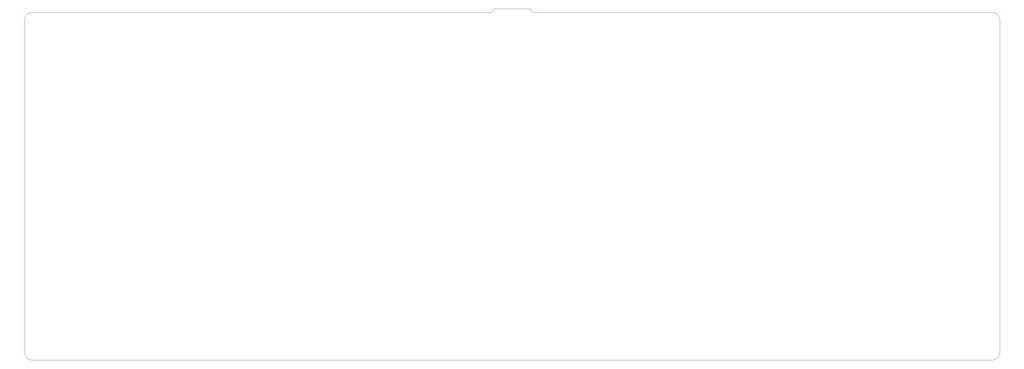
<source format=gm1>
G04 #@! TF.GenerationSoftware,KiCad,Pcbnew,(5.1.2)-1*
G04 #@! TF.CreationDate,2019-07-07T22:23:57+08:00*
G04 #@! TF.ProjectId,shichi-pcb,73686963-6869-42d7-9063-622e6b696361,1.0*
G04 #@! TF.SameCoordinates,Original*
G04 #@! TF.FileFunction,Profile,NP*
%FSLAX46Y46*%
G04 Gerber Fmt 4.6, Leading zero omitted, Abs format (unit mm)*
G04 Created by KiCad (PCBNEW (5.1.2)-1) date 2019-07-07 22:23:57*
%MOMM*%
%LPD*%
G04 APERTURE LIST*
%ADD10C,0.050000*%
G04 APERTURE END LIST*
D10*
X189000000Y-50000000D02*
G75*
G02X188000000Y-49000000I0J1000000D01*
G01*
X178000000Y-49000000D02*
G75*
G02X177000000Y-50000000I-1000000J0D01*
G01*
X178000000Y-49000000D02*
X188000000Y-49000000D01*
X314000000Y-50000000D02*
X189000000Y-50000000D01*
X316000000Y-143000000D02*
G75*
G02X314000000Y-145000000I-2000000J0D01*
G01*
X52000000Y-145000000D02*
G75*
G02X50000000Y-143000000I0J2000000D01*
G01*
X314000000Y-50000000D02*
G75*
G02X316000000Y-52000000I0J-2000000D01*
G01*
X50000000Y-52000000D02*
G75*
G02X52000000Y-50000000I2000000J0D01*
G01*
X50000000Y-143000000D02*
X50000000Y-52000000D01*
X314000000Y-145000000D02*
X52000000Y-145000000D01*
X316000000Y-52000000D02*
X316000000Y-143000000D01*
X52000000Y-50000000D02*
X177000000Y-50000000D01*
M02*

</source>
